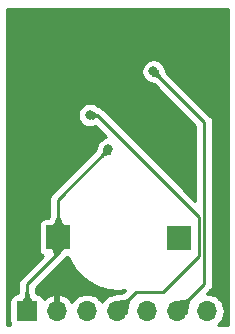
<source format=gbl>
G04 #@! TF.GenerationSoftware,KiCad,Pcbnew,(5.1.2)-1*
G04 #@! TF.CreationDate,2023-06-09T20:40:53+09:00*
G04 #@! TF.ProjectId,ma73x,6d613733-782e-46b6-9963-61645f706362,v1.2*
G04 #@! TF.SameCoordinates,Original*
G04 #@! TF.FileFunction,Copper,L2,Bot*
G04 #@! TF.FilePolarity,Positive*
%FSLAX46Y46*%
G04 Gerber Fmt 4.6, Leading zero omitted, Abs format (unit mm)*
G04 Created by KiCad (PCBNEW (5.1.2)-1) date 2023-06-09 20:40:53*
%MOMM*%
%LPD*%
G04 APERTURE LIST*
%ADD10R,2.000000X2.000000*%
%ADD11O,1.700000X1.700000*%
%ADD12R,1.700000X1.700000*%
%ADD13C,0.800000*%
%ADD14C,0.250000*%
%ADD15C,0.254000*%
%ADD16C,0.025400*%
G04 APERTURE END LIST*
D10*
X165210000Y-87000000D03*
X154970000Y-86960000D03*
D11*
X167580000Y-93200000D03*
X165040000Y-93200000D03*
X162500000Y-93200000D03*
X159960000Y-93200000D03*
X157420000Y-93200000D03*
X154880000Y-93200000D03*
D12*
X152340000Y-93200000D03*
D13*
X156550000Y-75030000D03*
X154000000Y-69000000D03*
X159230700Y-79495300D03*
X163043100Y-72898700D03*
X157694200Y-76616200D03*
D14*
X154970000Y-86960000D02*
X154970000Y-88295300D01*
X154970000Y-88295300D02*
X152340000Y-90925300D01*
X152340000Y-90925300D02*
X152340000Y-93200000D01*
X154970000Y-86960000D02*
X154970000Y-83756000D01*
X154970000Y-83756000D02*
X159230700Y-79495300D01*
X167360011Y-90879989D02*
X167360011Y-77215611D01*
X163443099Y-73298699D02*
X163043100Y-72898700D01*
X165040000Y-93200000D02*
X167360011Y-90879989D01*
X167360011Y-77215611D02*
X163443099Y-73298699D01*
X158276200Y-76616200D02*
X157694200Y-76616200D01*
X166900000Y-85240000D02*
X158276200Y-76616200D01*
X166900000Y-88560000D02*
X166900000Y-85240000D01*
X163870000Y-91590000D02*
X166900000Y-88560000D01*
X159960000Y-93200000D02*
X161570000Y-91590000D01*
X161570000Y-91590000D02*
X163870000Y-91590000D01*
D15*
G36*
X169340001Y-94340000D02*
G01*
X168531725Y-94340000D01*
X168635134Y-94255134D01*
X168820706Y-94029014D01*
X168958599Y-93771034D01*
X169043513Y-93491111D01*
X169072185Y-93200000D01*
X169043513Y-92908889D01*
X168958599Y-92628966D01*
X168820706Y-92370986D01*
X168635134Y-92144866D01*
X168409014Y-91959294D01*
X168151034Y-91821401D01*
X167871111Y-91736487D01*
X167652950Y-91715000D01*
X167599802Y-91715000D01*
X167871015Y-91443787D01*
X167900012Y-91419990D01*
X167934064Y-91378497D01*
X167994985Y-91304266D01*
X168065557Y-91172236D01*
X168070114Y-91157213D01*
X168109014Y-91028975D01*
X168120011Y-90917322D01*
X168120011Y-90917312D01*
X168123687Y-90879990D01*
X168120011Y-90842667D01*
X168120011Y-77252933D01*
X168123687Y-77215610D01*
X168120011Y-77178287D01*
X168120011Y-77178278D01*
X168109014Y-77066625D01*
X168065557Y-76923364D01*
X168037366Y-76870623D01*
X167994985Y-76791334D01*
X167923810Y-76704608D01*
X167900012Y-76675610D01*
X167871014Y-76651812D01*
X164154067Y-72934866D01*
X164117412Y-72895546D01*
X164109416Y-72885359D01*
X164105998Y-72873011D01*
X164095563Y-72828435D01*
X164081497Y-72767898D01*
X164077037Y-72749899D01*
X164059134Y-72681919D01*
X164050459Y-72651981D01*
X164047345Y-72642146D01*
X164038326Y-72596802D01*
X163960305Y-72408444D01*
X163847037Y-72238926D01*
X163702874Y-72094763D01*
X163533356Y-71981495D01*
X163344998Y-71903474D01*
X163145039Y-71863700D01*
X162941161Y-71863700D01*
X162741202Y-71903474D01*
X162552844Y-71981495D01*
X162383326Y-72094763D01*
X162239163Y-72238926D01*
X162125895Y-72408444D01*
X162047874Y-72596802D01*
X162008100Y-72796761D01*
X162008100Y-73000639D01*
X162047874Y-73200598D01*
X162125895Y-73388956D01*
X162239163Y-73558474D01*
X162383326Y-73702637D01*
X162552844Y-73815905D01*
X162741202Y-73893926D01*
X162786546Y-73902945D01*
X162796381Y-73906059D01*
X162826319Y-73914734D01*
X162894299Y-73932637D01*
X162912298Y-73937097D01*
X162973005Y-73951203D01*
X163017411Y-73961598D01*
X163029759Y-73965016D01*
X163039946Y-73973012D01*
X163079266Y-74009667D01*
X166600012Y-77530414D01*
X166600012Y-83865210D01*
X158840004Y-76105203D01*
X158816201Y-76076199D01*
X158700476Y-75981226D01*
X158568447Y-75910654D01*
X158425186Y-75867197D01*
X158407130Y-75865419D01*
X158353974Y-75812263D01*
X158184456Y-75698995D01*
X157996098Y-75620974D01*
X157796139Y-75581200D01*
X157592261Y-75581200D01*
X157392302Y-75620974D01*
X157203944Y-75698995D01*
X157034426Y-75812263D01*
X156890263Y-75956426D01*
X156776995Y-76125944D01*
X156698974Y-76314302D01*
X156659200Y-76514261D01*
X156659200Y-76718139D01*
X156698974Y-76918098D01*
X156776995Y-77106456D01*
X156890263Y-77275974D01*
X157034426Y-77420137D01*
X157203944Y-77533405D01*
X157392302Y-77611426D01*
X157592261Y-77651200D01*
X157796139Y-77651200D01*
X157996098Y-77611426D01*
X158137892Y-77552693D01*
X159059313Y-78474114D01*
X158928802Y-78500074D01*
X158740444Y-78578095D01*
X158570926Y-78691363D01*
X158426763Y-78835526D01*
X158313495Y-79005044D01*
X158235474Y-79193402D01*
X158226303Y-79239511D01*
X158223533Y-79248296D01*
X158214480Y-79279836D01*
X158197072Y-79346975D01*
X158192348Y-79366451D01*
X158178602Y-79427311D01*
X158178560Y-79427500D01*
X158168571Y-79471788D01*
X158166044Y-79481261D01*
X158161548Y-79487029D01*
X158126574Y-79524624D01*
X154458998Y-83192201D01*
X154430000Y-83215999D01*
X154406202Y-83244997D01*
X154406201Y-83244998D01*
X154335026Y-83331724D01*
X154264454Y-83463754D01*
X154220998Y-83607015D01*
X154206324Y-83756000D01*
X154210001Y-83793332D01*
X154210001Y-84952964D01*
X154200474Y-85130585D01*
X154181098Y-85235012D01*
X154157765Y-85301787D01*
X154146993Y-85321928D01*
X153970000Y-85321928D01*
X153845518Y-85334188D01*
X153725820Y-85370498D01*
X153615506Y-85429463D01*
X153518815Y-85508815D01*
X153439463Y-85605506D01*
X153380498Y-85715820D01*
X153344188Y-85835518D01*
X153331928Y-85960000D01*
X153331928Y-87960000D01*
X153344188Y-88084482D01*
X153380498Y-88204180D01*
X153439463Y-88314494D01*
X153518815Y-88411185D01*
X153615506Y-88490537D01*
X153670543Y-88519955D01*
X151829003Y-90361496D01*
X151799999Y-90385299D01*
X151744871Y-90452474D01*
X151705026Y-90501024D01*
X151634455Y-90633053D01*
X151634454Y-90633054D01*
X151590997Y-90776315D01*
X151580000Y-90887968D01*
X151580000Y-90887978D01*
X151576324Y-90925300D01*
X151580000Y-90962623D01*
X151580000Y-91493601D01*
X151572593Y-91636959D01*
X151559215Y-91711928D01*
X151490000Y-91711928D01*
X151365518Y-91724188D01*
X151245820Y-91760498D01*
X151135506Y-91819463D01*
X151038815Y-91898815D01*
X150959463Y-91995506D01*
X150900498Y-92105820D01*
X150864188Y-92225518D01*
X150851928Y-92350000D01*
X150851928Y-94050000D01*
X150864188Y-94174482D01*
X150900498Y-94294180D01*
X150924990Y-94340000D01*
X150660000Y-94340000D01*
X150660000Y-67660000D01*
X169340000Y-67660000D01*
X169340001Y-94340000D01*
X169340001Y-94340000D01*
G37*
X169340001Y-94340000D02*
X168531725Y-94340000D01*
X168635134Y-94255134D01*
X168820706Y-94029014D01*
X168958599Y-93771034D01*
X169043513Y-93491111D01*
X169072185Y-93200000D01*
X169043513Y-92908889D01*
X168958599Y-92628966D01*
X168820706Y-92370986D01*
X168635134Y-92144866D01*
X168409014Y-91959294D01*
X168151034Y-91821401D01*
X167871111Y-91736487D01*
X167652950Y-91715000D01*
X167599802Y-91715000D01*
X167871015Y-91443787D01*
X167900012Y-91419990D01*
X167934064Y-91378497D01*
X167994985Y-91304266D01*
X168065557Y-91172236D01*
X168070114Y-91157213D01*
X168109014Y-91028975D01*
X168120011Y-90917322D01*
X168120011Y-90917312D01*
X168123687Y-90879990D01*
X168120011Y-90842667D01*
X168120011Y-77252933D01*
X168123687Y-77215610D01*
X168120011Y-77178287D01*
X168120011Y-77178278D01*
X168109014Y-77066625D01*
X168065557Y-76923364D01*
X168037366Y-76870623D01*
X167994985Y-76791334D01*
X167923810Y-76704608D01*
X167900012Y-76675610D01*
X167871014Y-76651812D01*
X164154067Y-72934866D01*
X164117412Y-72895546D01*
X164109416Y-72885359D01*
X164105998Y-72873011D01*
X164095563Y-72828435D01*
X164081497Y-72767898D01*
X164077037Y-72749899D01*
X164059134Y-72681919D01*
X164050459Y-72651981D01*
X164047345Y-72642146D01*
X164038326Y-72596802D01*
X163960305Y-72408444D01*
X163847037Y-72238926D01*
X163702874Y-72094763D01*
X163533356Y-71981495D01*
X163344998Y-71903474D01*
X163145039Y-71863700D01*
X162941161Y-71863700D01*
X162741202Y-71903474D01*
X162552844Y-71981495D01*
X162383326Y-72094763D01*
X162239163Y-72238926D01*
X162125895Y-72408444D01*
X162047874Y-72596802D01*
X162008100Y-72796761D01*
X162008100Y-73000639D01*
X162047874Y-73200598D01*
X162125895Y-73388956D01*
X162239163Y-73558474D01*
X162383326Y-73702637D01*
X162552844Y-73815905D01*
X162741202Y-73893926D01*
X162786546Y-73902945D01*
X162796381Y-73906059D01*
X162826319Y-73914734D01*
X162894299Y-73932637D01*
X162912298Y-73937097D01*
X162973005Y-73951203D01*
X163017411Y-73961598D01*
X163029759Y-73965016D01*
X163039946Y-73973012D01*
X163079266Y-74009667D01*
X166600012Y-77530414D01*
X166600012Y-83865210D01*
X158840004Y-76105203D01*
X158816201Y-76076199D01*
X158700476Y-75981226D01*
X158568447Y-75910654D01*
X158425186Y-75867197D01*
X158407130Y-75865419D01*
X158353974Y-75812263D01*
X158184456Y-75698995D01*
X157996098Y-75620974D01*
X157796139Y-75581200D01*
X157592261Y-75581200D01*
X157392302Y-75620974D01*
X157203944Y-75698995D01*
X157034426Y-75812263D01*
X156890263Y-75956426D01*
X156776995Y-76125944D01*
X156698974Y-76314302D01*
X156659200Y-76514261D01*
X156659200Y-76718139D01*
X156698974Y-76918098D01*
X156776995Y-77106456D01*
X156890263Y-77275974D01*
X157034426Y-77420137D01*
X157203944Y-77533405D01*
X157392302Y-77611426D01*
X157592261Y-77651200D01*
X157796139Y-77651200D01*
X157996098Y-77611426D01*
X158137892Y-77552693D01*
X159059313Y-78474114D01*
X158928802Y-78500074D01*
X158740444Y-78578095D01*
X158570926Y-78691363D01*
X158426763Y-78835526D01*
X158313495Y-79005044D01*
X158235474Y-79193402D01*
X158226303Y-79239511D01*
X158223533Y-79248296D01*
X158214480Y-79279836D01*
X158197072Y-79346975D01*
X158192348Y-79366451D01*
X158178602Y-79427311D01*
X158178560Y-79427500D01*
X158168571Y-79471788D01*
X158166044Y-79481261D01*
X158161548Y-79487029D01*
X158126574Y-79524624D01*
X154458998Y-83192201D01*
X154430000Y-83215999D01*
X154406202Y-83244997D01*
X154406201Y-83244998D01*
X154335026Y-83331724D01*
X154264454Y-83463754D01*
X154220998Y-83607015D01*
X154206324Y-83756000D01*
X154210001Y-83793332D01*
X154210001Y-84952964D01*
X154200474Y-85130585D01*
X154181098Y-85235012D01*
X154157765Y-85301787D01*
X154146993Y-85321928D01*
X153970000Y-85321928D01*
X153845518Y-85334188D01*
X153725820Y-85370498D01*
X153615506Y-85429463D01*
X153518815Y-85508815D01*
X153439463Y-85605506D01*
X153380498Y-85715820D01*
X153344188Y-85835518D01*
X153331928Y-85960000D01*
X153331928Y-87960000D01*
X153344188Y-88084482D01*
X153380498Y-88204180D01*
X153439463Y-88314494D01*
X153518815Y-88411185D01*
X153615506Y-88490537D01*
X153670543Y-88519955D01*
X151829003Y-90361496D01*
X151799999Y-90385299D01*
X151744871Y-90452474D01*
X151705026Y-90501024D01*
X151634455Y-90633053D01*
X151634454Y-90633054D01*
X151590997Y-90776315D01*
X151580000Y-90887968D01*
X151580000Y-90887978D01*
X151576324Y-90925300D01*
X151580000Y-90962623D01*
X151580000Y-91493601D01*
X151572593Y-91636959D01*
X151559215Y-91711928D01*
X151490000Y-91711928D01*
X151365518Y-91724188D01*
X151245820Y-91760498D01*
X151135506Y-91819463D01*
X151038815Y-91898815D01*
X150959463Y-91995506D01*
X150900498Y-92105820D01*
X150864188Y-92225518D01*
X150851928Y-92350000D01*
X150851928Y-94050000D01*
X150864188Y-94174482D01*
X150900498Y-94294180D01*
X150924990Y-94340000D01*
X150660000Y-94340000D01*
X150660000Y-67660000D01*
X169340000Y-67660000D01*
X169340001Y-94340000D01*
G36*
X155902274Y-88754860D02*
G01*
X156323492Y-89521052D01*
X156885508Y-90190838D01*
X157566917Y-90738704D01*
X158341762Y-91143784D01*
X159180532Y-91390647D01*
X160051276Y-91469891D01*
X160681552Y-91403646D01*
X160629206Y-91455992D01*
X160522600Y-91552123D01*
X160457378Y-91597592D01*
X160414240Y-91619052D01*
X160374304Y-91631899D01*
X160314656Y-91643152D01*
X160219446Y-91653726D01*
X160093836Y-91665277D01*
X160073336Y-91667498D01*
X159931519Y-91685199D01*
X159887388Y-91692293D01*
X159731648Y-91722985D01*
X159681773Y-91735218D01*
X159668889Y-91736487D01*
X159388966Y-91821401D01*
X159130986Y-91959294D01*
X158904866Y-92144866D01*
X158719294Y-92370986D01*
X158690000Y-92425791D01*
X158660706Y-92370986D01*
X158475134Y-92144866D01*
X158249014Y-91959294D01*
X157991034Y-91821401D01*
X157711111Y-91736487D01*
X157492950Y-91715000D01*
X157347050Y-91715000D01*
X157128889Y-91736487D01*
X156848966Y-91821401D01*
X156590986Y-91959294D01*
X156364866Y-92144866D01*
X156179294Y-92370986D01*
X156144799Y-92435523D01*
X156075178Y-92318645D01*
X155880269Y-92102412D01*
X155646920Y-91928359D01*
X155384099Y-91803175D01*
X155236890Y-91758524D01*
X155007000Y-91879845D01*
X155007000Y-93073000D01*
X155027000Y-93073000D01*
X155027000Y-93327000D01*
X155007000Y-93327000D01*
X155007000Y-93347000D01*
X154753000Y-93347000D01*
X154753000Y-93327000D01*
X154733000Y-93327000D01*
X154733000Y-93073000D01*
X154753000Y-93073000D01*
X154753000Y-91879845D01*
X154523110Y-91758524D01*
X154375901Y-91803175D01*
X154113080Y-91928359D01*
X153879731Y-92102412D01*
X153803966Y-92186466D01*
X153779502Y-92105820D01*
X153720537Y-91995506D01*
X153641185Y-91898815D01*
X153544494Y-91819463D01*
X153434180Y-91760498D01*
X153314482Y-91724188D01*
X153190000Y-91711928D01*
X153120784Y-91711928D01*
X153107406Y-91636959D01*
X153100000Y-91493611D01*
X153100000Y-91240101D01*
X155481003Y-88859099D01*
X155510001Y-88835301D01*
X155604974Y-88719576D01*
X155648112Y-88638872D01*
X155682841Y-88598072D01*
X155852538Y-88598072D01*
X155902274Y-88754860D01*
X155902274Y-88754860D01*
G37*
X155902274Y-88754860D02*
X156323492Y-89521052D01*
X156885508Y-90190838D01*
X157566917Y-90738704D01*
X158341762Y-91143784D01*
X159180532Y-91390647D01*
X160051276Y-91469891D01*
X160681552Y-91403646D01*
X160629206Y-91455992D01*
X160522600Y-91552123D01*
X160457378Y-91597592D01*
X160414240Y-91619052D01*
X160374304Y-91631899D01*
X160314656Y-91643152D01*
X160219446Y-91653726D01*
X160093836Y-91665277D01*
X160073336Y-91667498D01*
X159931519Y-91685199D01*
X159887388Y-91692293D01*
X159731648Y-91722985D01*
X159681773Y-91735218D01*
X159668889Y-91736487D01*
X159388966Y-91821401D01*
X159130986Y-91959294D01*
X158904866Y-92144866D01*
X158719294Y-92370986D01*
X158690000Y-92425791D01*
X158660706Y-92370986D01*
X158475134Y-92144866D01*
X158249014Y-91959294D01*
X157991034Y-91821401D01*
X157711111Y-91736487D01*
X157492950Y-91715000D01*
X157347050Y-91715000D01*
X157128889Y-91736487D01*
X156848966Y-91821401D01*
X156590986Y-91959294D01*
X156364866Y-92144866D01*
X156179294Y-92370986D01*
X156144799Y-92435523D01*
X156075178Y-92318645D01*
X155880269Y-92102412D01*
X155646920Y-91928359D01*
X155384099Y-91803175D01*
X155236890Y-91758524D01*
X155007000Y-91879845D01*
X155007000Y-93073000D01*
X155027000Y-93073000D01*
X155027000Y-93327000D01*
X155007000Y-93327000D01*
X155007000Y-93347000D01*
X154753000Y-93347000D01*
X154753000Y-93327000D01*
X154733000Y-93327000D01*
X154733000Y-93073000D01*
X154753000Y-93073000D01*
X154753000Y-91879845D01*
X154523110Y-91758524D01*
X154375901Y-91803175D01*
X154113080Y-91928359D01*
X153879731Y-92102412D01*
X153803966Y-92186466D01*
X153779502Y-92105820D01*
X153720537Y-91995506D01*
X153641185Y-91898815D01*
X153544494Y-91819463D01*
X153434180Y-91760498D01*
X153314482Y-91724188D01*
X153190000Y-91711928D01*
X153120784Y-91711928D01*
X153107406Y-91636959D01*
X153100000Y-91493611D01*
X153100000Y-91240101D01*
X155481003Y-88859099D01*
X155510001Y-88835301D01*
X155604974Y-88719576D01*
X155648112Y-88638872D01*
X155682841Y-88598072D01*
X155852538Y-88598072D01*
X155902274Y-88754860D01*
D16*
G36*
X155661241Y-87665148D02*
G01*
X155530384Y-87798608D01*
X155530194Y-87798805D01*
X155415631Y-87920806D01*
X155415445Y-87921009D01*
X155317713Y-88029701D01*
X155317564Y-88029870D01*
X155230402Y-88130343D01*
X155230324Y-88130433D01*
X155147484Y-88227754D01*
X155062749Y-88326960D01*
X154969838Y-88433166D01*
X154862507Y-88551443D01*
X154734441Y-88686937D01*
X154588296Y-88835663D01*
X154428719Y-88676086D01*
X154532663Y-88549478D01*
X154534406Y-88546679D01*
X154592196Y-88419689D01*
X154593000Y-88417333D01*
X154593272Y-88415709D01*
X154605532Y-88294659D01*
X154605539Y-88292169D01*
X154605312Y-88290706D01*
X154579973Y-88173017D01*
X154579049Y-88170283D01*
X154524040Y-88053381D01*
X154523214Y-88051892D01*
X154446465Y-87933200D01*
X154446029Y-87932569D01*
X154355470Y-87809509D01*
X154355441Y-87809469D01*
X154259159Y-87679679D01*
X154165239Y-87540850D01*
X154085666Y-87397920D01*
X154967523Y-86480897D01*
X155661241Y-87665148D01*
X155661241Y-87665148D01*
G37*
X155661241Y-87665148D02*
X155530384Y-87798608D01*
X155530194Y-87798805D01*
X155415631Y-87920806D01*
X155415445Y-87921009D01*
X155317713Y-88029701D01*
X155317564Y-88029870D01*
X155230402Y-88130343D01*
X155230324Y-88130433D01*
X155147484Y-88227754D01*
X155062749Y-88326960D01*
X154969838Y-88433166D01*
X154862507Y-88551443D01*
X154734441Y-88686937D01*
X154588296Y-88835663D01*
X154428719Y-88676086D01*
X154532663Y-88549478D01*
X154534406Y-88546679D01*
X154592196Y-88419689D01*
X154593000Y-88417333D01*
X154593272Y-88415709D01*
X154605532Y-88294659D01*
X154605539Y-88292169D01*
X154605312Y-88290706D01*
X154579973Y-88173017D01*
X154579049Y-88170283D01*
X154524040Y-88053381D01*
X154523214Y-88051892D01*
X154446465Y-87933200D01*
X154446029Y-87932569D01*
X154355470Y-87809509D01*
X154355441Y-87809469D01*
X154259159Y-87679679D01*
X154165239Y-87540850D01*
X154085666Y-87397920D01*
X154967523Y-86480897D01*
X155661241Y-87665148D01*
G36*
X152462619Y-91710053D02*
G01*
X152462799Y-91711629D01*
X152491970Y-91875103D01*
X152492433Y-91876913D01*
X152537874Y-92012314D01*
X152538615Y-92014071D01*
X152597722Y-92129249D01*
X152598532Y-92130611D01*
X152668706Y-92233418D01*
X152669278Y-92234192D01*
X152747915Y-92332478D01*
X152748067Y-92332664D01*
X152832440Y-92434125D01*
X152919799Y-92546404D01*
X153007642Y-92677366D01*
X153089395Y-92827399D01*
X152340000Y-93606678D01*
X151590605Y-92827399D01*
X151672357Y-92677366D01*
X151760200Y-92546404D01*
X151847559Y-92434125D01*
X151931932Y-92332664D01*
X151932084Y-92332478D01*
X152010721Y-92234192D01*
X152011293Y-92233418D01*
X152081467Y-92130611D01*
X152082277Y-92129249D01*
X152141384Y-92014071D01*
X152142125Y-92012314D01*
X152187566Y-91876913D01*
X152188029Y-91875103D01*
X152217200Y-91711629D01*
X152217380Y-91710053D01*
X152227061Y-91522700D01*
X152452939Y-91522700D01*
X152462619Y-91710053D01*
X152462619Y-91710053D01*
G37*
X152462619Y-91710053D02*
X152462799Y-91711629D01*
X152491970Y-91875103D01*
X152492433Y-91876913D01*
X152537874Y-92012314D01*
X152538615Y-92014071D01*
X152597722Y-92129249D01*
X152598532Y-92130611D01*
X152668706Y-92233418D01*
X152669278Y-92234192D01*
X152747915Y-92332478D01*
X152748067Y-92332664D01*
X152832440Y-92434125D01*
X152919799Y-92546404D01*
X153007642Y-92677366D01*
X153089395Y-92827399D01*
X152340000Y-93606678D01*
X151590605Y-92827399D01*
X151672357Y-92677366D01*
X151760200Y-92546404D01*
X151847559Y-92434125D01*
X151931932Y-92332664D01*
X151932084Y-92332478D01*
X152010721Y-92234192D01*
X152011293Y-92233418D01*
X152081467Y-92130611D01*
X152082277Y-92129249D01*
X152141384Y-92014071D01*
X152142125Y-92012314D01*
X152187566Y-91876913D01*
X152188029Y-91875103D01*
X152217200Y-91711629D01*
X152217380Y-91710053D01*
X152227061Y-91522700D01*
X152452939Y-91522700D01*
X152462619Y-91710053D01*
G36*
X155094966Y-85206507D02*
G01*
X155095161Y-85208144D01*
X155130930Y-85400929D01*
X155131428Y-85402801D01*
X155187051Y-85561983D01*
X155187841Y-85563784D01*
X155260053Y-85698803D01*
X155260902Y-85700172D01*
X155346437Y-85820468D01*
X155347020Y-85821227D01*
X155442612Y-85936238D01*
X155442746Y-85936396D01*
X155544975Y-86055384D01*
X155650443Y-86187592D01*
X155755995Y-86342483D01*
X155854379Y-86522033D01*
X154970000Y-87441678D01*
X154085621Y-86522033D01*
X154184004Y-86342483D01*
X154289556Y-86187592D01*
X154395024Y-86055384D01*
X154497253Y-85936396D01*
X154497387Y-85936238D01*
X154592979Y-85821227D01*
X154593562Y-85820468D01*
X154679097Y-85700172D01*
X154679946Y-85698803D01*
X154752158Y-85563784D01*
X154752948Y-85561983D01*
X154808571Y-85402801D01*
X154809069Y-85400929D01*
X154844838Y-85208144D01*
X154845033Y-85206507D01*
X154857037Y-84982700D01*
X155082963Y-84982700D01*
X155094966Y-85206507D01*
X155094966Y-85206507D01*
G37*
X155094966Y-85206507D02*
X155095161Y-85208144D01*
X155130930Y-85400929D01*
X155131428Y-85402801D01*
X155187051Y-85561983D01*
X155187841Y-85563784D01*
X155260053Y-85698803D01*
X155260902Y-85700172D01*
X155346437Y-85820468D01*
X155347020Y-85821227D01*
X155442612Y-85936238D01*
X155442746Y-85936396D01*
X155544975Y-86055384D01*
X155650443Y-86187592D01*
X155755995Y-86342483D01*
X155854379Y-86522033D01*
X154970000Y-87441678D01*
X154085621Y-86522033D01*
X154184004Y-86342483D01*
X154289556Y-86187592D01*
X154395024Y-86055384D01*
X154497253Y-85936396D01*
X154497387Y-85936238D01*
X154592979Y-85821227D01*
X154593562Y-85820468D01*
X154679097Y-85700172D01*
X154679946Y-85698803D01*
X154752158Y-85563784D01*
X154752948Y-85561983D01*
X154808571Y-85402801D01*
X154809069Y-85400929D01*
X154844838Y-85208144D01*
X154845033Y-85206507D01*
X154857037Y-84982700D01*
X155082963Y-84982700D01*
X155094966Y-85206507D01*
G36*
X159349450Y-79863777D02*
G01*
X159283281Y-79884635D01*
X159216676Y-79901905D01*
X159155995Y-79915610D01*
X159099651Y-79928318D01*
X159099171Y-79928436D01*
X159045579Y-79942735D01*
X159044636Y-79943026D01*
X158992033Y-79961542D01*
X158990800Y-79962051D01*
X158937425Y-79987412D01*
X158936160Y-79988104D01*
X158880247Y-80022936D01*
X158879155Y-80023698D01*
X158818943Y-80070629D01*
X158818100Y-80071348D01*
X158760794Y-80124661D01*
X158601340Y-79965207D01*
X158654652Y-79907899D01*
X158655370Y-79907056D01*
X158702301Y-79846844D01*
X158703063Y-79845752D01*
X158737895Y-79789839D01*
X158738587Y-79788574D01*
X158763948Y-79735199D01*
X158764457Y-79733966D01*
X158782973Y-79681363D01*
X158783264Y-79680420D01*
X158797563Y-79626828D01*
X158797681Y-79626348D01*
X158810388Y-79570008D01*
X158824094Y-79509323D01*
X158841364Y-79442718D01*
X158862223Y-79376550D01*
X159359165Y-79366835D01*
X159349450Y-79863777D01*
X159349450Y-79863777D01*
G37*
X159349450Y-79863777D02*
X159283281Y-79884635D01*
X159216676Y-79901905D01*
X159155995Y-79915610D01*
X159099651Y-79928318D01*
X159099171Y-79928436D01*
X159045579Y-79942735D01*
X159044636Y-79943026D01*
X158992033Y-79961542D01*
X158990800Y-79962051D01*
X158937425Y-79987412D01*
X158936160Y-79988104D01*
X158880247Y-80022936D01*
X158879155Y-80023698D01*
X158818943Y-80070629D01*
X158818100Y-80071348D01*
X158760794Y-80124661D01*
X158601340Y-79965207D01*
X158654652Y-79907899D01*
X158655370Y-79907056D01*
X158702301Y-79846844D01*
X158703063Y-79845752D01*
X158737895Y-79789839D01*
X158738587Y-79788574D01*
X158763948Y-79735199D01*
X158764457Y-79733966D01*
X158782973Y-79681363D01*
X158783264Y-79680420D01*
X158797563Y-79626828D01*
X158797681Y-79626348D01*
X158810388Y-79570008D01*
X158824094Y-79509323D01*
X158841364Y-79442718D01*
X158862223Y-79376550D01*
X159359165Y-79366835D01*
X159349450Y-79863777D01*
G36*
X163411588Y-72779950D02*
G01*
X163432873Y-72847184D01*
X163450649Y-72914678D01*
X163464909Y-72976051D01*
X163464913Y-72976072D01*
X163478244Y-73033017D01*
X163478370Y-73033510D01*
X163493353Y-73087646D01*
X163493653Y-73088586D01*
X163512913Y-73141718D01*
X163513426Y-73142933D01*
X163539589Y-73196867D01*
X163540277Y-73198103D01*
X163575968Y-73254645D01*
X163576717Y-73255707D01*
X163624560Y-73316663D01*
X163625261Y-73317482D01*
X163679522Y-73375688D01*
X163520088Y-73535122D01*
X163461882Y-73480861D01*
X163461063Y-73480160D01*
X163400107Y-73432317D01*
X163399045Y-73431568D01*
X163342503Y-73395877D01*
X163341267Y-73395189D01*
X163287333Y-73369026D01*
X163286118Y-73368513D01*
X163232986Y-73349253D01*
X163232046Y-73348953D01*
X163177910Y-73333970D01*
X163177417Y-73333844D01*
X163120472Y-73320513D01*
X163120451Y-73320509D01*
X163059078Y-73306249D01*
X162991584Y-73288473D01*
X162924350Y-73267188D01*
X162914635Y-72770235D01*
X163411588Y-72779950D01*
X163411588Y-72779950D01*
G37*
X163411588Y-72779950D02*
X163432873Y-72847184D01*
X163450649Y-72914678D01*
X163464909Y-72976051D01*
X163464913Y-72976072D01*
X163478244Y-73033017D01*
X163478370Y-73033510D01*
X163493353Y-73087646D01*
X163493653Y-73088586D01*
X163512913Y-73141718D01*
X163513426Y-73142933D01*
X163539589Y-73196867D01*
X163540277Y-73198103D01*
X163575968Y-73254645D01*
X163576717Y-73255707D01*
X163624560Y-73316663D01*
X163625261Y-73317482D01*
X163679522Y-73375688D01*
X163520088Y-73535122D01*
X163461882Y-73480861D01*
X163461063Y-73480160D01*
X163400107Y-73432317D01*
X163399045Y-73431568D01*
X163342503Y-73395877D01*
X163341267Y-73395189D01*
X163287333Y-73369026D01*
X163286118Y-73368513D01*
X163232986Y-73349253D01*
X163232046Y-73348953D01*
X163177910Y-73333970D01*
X163177417Y-73333844D01*
X163120472Y-73320513D01*
X163120451Y-73320509D01*
X163059078Y-73306249D01*
X162991584Y-73288473D01*
X162924350Y-73267188D01*
X162914635Y-72770235D01*
X163411588Y-72779950D01*
G36*
X166305889Y-92093830D02*
G01*
X166180254Y-92233154D01*
X166179268Y-92234396D01*
X166084303Y-92370617D01*
X166083350Y-92372224D01*
X166019738Y-92500098D01*
X166019019Y-92501865D01*
X165979371Y-92625104D01*
X165978981Y-92626639D01*
X165955906Y-92748954D01*
X165955764Y-92749906D01*
X165941870Y-92875009D01*
X165941845Y-92875248D01*
X165929760Y-93006664D01*
X165912142Y-93147816D01*
X165881650Y-93302544D01*
X165833372Y-93466433D01*
X164752436Y-93487564D01*
X164773567Y-92406628D01*
X164937455Y-92358349D01*
X165092183Y-92327857D01*
X165233335Y-92310239D01*
X165364751Y-92298154D01*
X165364990Y-92298129D01*
X165490093Y-92284235D01*
X165491045Y-92284093D01*
X165613360Y-92261018D01*
X165614895Y-92260628D01*
X165738134Y-92220980D01*
X165739901Y-92220261D01*
X165867775Y-92156649D01*
X165869382Y-92155696D01*
X166005603Y-92060731D01*
X166006845Y-92059745D01*
X166146169Y-91934110D01*
X166305889Y-92093830D01*
X166305889Y-92093830D01*
G37*
X166305889Y-92093830D02*
X166180254Y-92233154D01*
X166179268Y-92234396D01*
X166084303Y-92370617D01*
X166083350Y-92372224D01*
X166019738Y-92500098D01*
X166019019Y-92501865D01*
X165979371Y-92625104D01*
X165978981Y-92626639D01*
X165955906Y-92748954D01*
X165955764Y-92749906D01*
X165941870Y-92875009D01*
X165941845Y-92875248D01*
X165929760Y-93006664D01*
X165912142Y-93147816D01*
X165881650Y-93302544D01*
X165833372Y-93466433D01*
X164752436Y-93487564D01*
X164773567Y-92406628D01*
X164937455Y-92358349D01*
X165092183Y-92327857D01*
X165233335Y-92310239D01*
X165364751Y-92298154D01*
X165364990Y-92298129D01*
X165490093Y-92284235D01*
X165491045Y-92284093D01*
X165613360Y-92261018D01*
X165614895Y-92260628D01*
X165738134Y-92220980D01*
X165739901Y-92220261D01*
X165867775Y-92156649D01*
X165869382Y-92155696D01*
X166005603Y-92060731D01*
X166006845Y-92059745D01*
X166146169Y-91934110D01*
X166305889Y-92093830D01*
G36*
X158024836Y-76393683D02*
G01*
X158025915Y-76394556D01*
X158078810Y-76432777D01*
X158079939Y-76433505D01*
X158130522Y-76462461D01*
X158131447Y-76462941D01*
X158180819Y-76486052D01*
X158181286Y-76486260D01*
X158230549Y-76506946D01*
X158280358Y-76528431D01*
X158331926Y-76554133D01*
X158386475Y-76587446D01*
X158445345Y-76631881D01*
X158500380Y-76682357D01*
X158341115Y-76841622D01*
X158299915Y-76807846D01*
X158297145Y-76806119D01*
X158249793Y-76784462D01*
X158247439Y-76783653D01*
X158245935Y-76783391D01*
X158200528Y-76778269D01*
X158198038Y-76778234D01*
X158196700Y-76778419D01*
X158152438Y-76786953D01*
X158149730Y-76787797D01*
X158105814Y-76807108D01*
X158104287Y-76807908D01*
X158059917Y-76835117D01*
X158059228Y-76835570D01*
X158013606Y-76867800D01*
X158013507Y-76867871D01*
X157966020Y-76902108D01*
X157916128Y-76935320D01*
X157870600Y-76960547D01*
X157515097Y-76618677D01*
X157975430Y-76349021D01*
X158024836Y-76393683D01*
X158024836Y-76393683D01*
G37*
X158024836Y-76393683D02*
X158025915Y-76394556D01*
X158078810Y-76432777D01*
X158079939Y-76433505D01*
X158130522Y-76462461D01*
X158131447Y-76462941D01*
X158180819Y-76486052D01*
X158181286Y-76486260D01*
X158230549Y-76506946D01*
X158280358Y-76528431D01*
X158331926Y-76554133D01*
X158386475Y-76587446D01*
X158445345Y-76631881D01*
X158500380Y-76682357D01*
X158341115Y-76841622D01*
X158299915Y-76807846D01*
X158297145Y-76806119D01*
X158249793Y-76784462D01*
X158247439Y-76783653D01*
X158245935Y-76783391D01*
X158200528Y-76778269D01*
X158198038Y-76778234D01*
X158196700Y-76778419D01*
X158152438Y-76786953D01*
X158149730Y-76787797D01*
X158105814Y-76807108D01*
X158104287Y-76807908D01*
X158059917Y-76835117D01*
X158059228Y-76835570D01*
X158013606Y-76867800D01*
X158013507Y-76867871D01*
X157966020Y-76902108D01*
X157916128Y-76935320D01*
X157870600Y-76960547D01*
X157515097Y-76618677D01*
X157975430Y-76349021D01*
X158024836Y-76393683D01*
G36*
X161225889Y-92093830D02*
G01*
X161100254Y-92233154D01*
X161099268Y-92234396D01*
X161004303Y-92370617D01*
X161003350Y-92372224D01*
X160939738Y-92500098D01*
X160939019Y-92501865D01*
X160899371Y-92625104D01*
X160898981Y-92626639D01*
X160875906Y-92748954D01*
X160875764Y-92749906D01*
X160861870Y-92875009D01*
X160861845Y-92875248D01*
X160849760Y-93006664D01*
X160832142Y-93147816D01*
X160801650Y-93302544D01*
X160753372Y-93466433D01*
X159672436Y-93487564D01*
X159693567Y-92406628D01*
X159857455Y-92358349D01*
X160012183Y-92327857D01*
X160153335Y-92310239D01*
X160284751Y-92298154D01*
X160284990Y-92298129D01*
X160410093Y-92284235D01*
X160411045Y-92284093D01*
X160533360Y-92261018D01*
X160534895Y-92260628D01*
X160658134Y-92220980D01*
X160659901Y-92220261D01*
X160787775Y-92156649D01*
X160789382Y-92155696D01*
X160925603Y-92060731D01*
X160926845Y-92059745D01*
X161066169Y-91934110D01*
X161225889Y-92093830D01*
X161225889Y-92093830D01*
G37*
X161225889Y-92093830D02*
X161100254Y-92233154D01*
X161099268Y-92234396D01*
X161004303Y-92370617D01*
X161003350Y-92372224D01*
X160939738Y-92500098D01*
X160939019Y-92501865D01*
X160899371Y-92625104D01*
X160898981Y-92626639D01*
X160875906Y-92748954D01*
X160875764Y-92749906D01*
X160861870Y-92875009D01*
X160861845Y-92875248D01*
X160849760Y-93006664D01*
X160832142Y-93147816D01*
X160801650Y-93302544D01*
X160753372Y-93466433D01*
X159672436Y-93487564D01*
X159693567Y-92406628D01*
X159857455Y-92358349D01*
X160012183Y-92327857D01*
X160153335Y-92310239D01*
X160284751Y-92298154D01*
X160284990Y-92298129D01*
X160410093Y-92284235D01*
X160411045Y-92284093D01*
X160533360Y-92261018D01*
X160534895Y-92260628D01*
X160658134Y-92220980D01*
X160659901Y-92220261D01*
X160787775Y-92156649D01*
X160789382Y-92155696D01*
X160925603Y-92060731D01*
X160926845Y-92059745D01*
X161066169Y-91934110D01*
X161225889Y-92093830D01*
M02*

</source>
